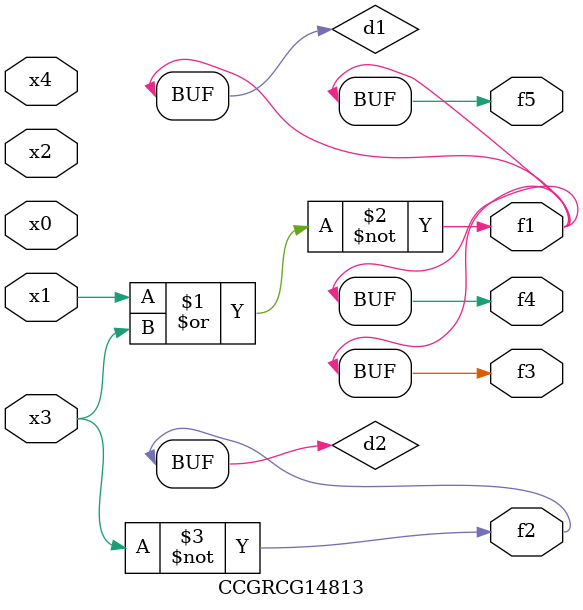
<source format=v>
module CCGRCG14813(
	input x0, x1, x2, x3, x4,
	output f1, f2, f3, f4, f5
);

	wire d1, d2;

	nor (d1, x1, x3);
	not (d2, x3);
	assign f1 = d1;
	assign f2 = d2;
	assign f3 = d1;
	assign f4 = d1;
	assign f5 = d1;
endmodule

</source>
